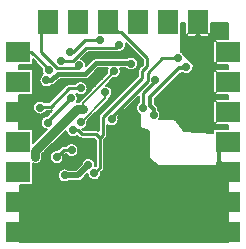
<source format=gbl>
G04 DipTrace 2.4.0.2*
%INUSBHiPower.gbl*%
%MOIN*%
%ADD13C,0.006*%
%ADD14C,0.012*%
%ADD15C,0.01*%
%ADD16C,0.02*%
%ADD17C,0.03*%
%ADD18C,0.008*%
%ADD21C,0.015*%
%ADD23R,0.08X0.0669*%
%ADD24R,0.0669X0.08*%
%ADD40C,0.028*%
%ADD54C,0.028*%
%FSLAX44Y44*%
G04*
G70*
G90*
G75*
G01*
%LNBottom*%
%LPD*%
X6028Y7950D2*
D13*
Y7916D1*
X6856Y8744D1*
Y8941D1*
X4515Y6799D2*
D17*
Y6983D1*
X5921Y8390D1*
X6108D1*
D18*
Y8591D1*
X7072Y9555D1*
X7050D1*
X7136Y9641D1*
X4961Y9674D2*
D15*
Y9714D1*
X4381Y10293D1*
X3937D1*
X5726Y7020D2*
X5466D1*
X5227Y6782D1*
X4928Y7936D2*
Y7979D1*
X5706Y8757D1*
X5660Y10292D2*
X5776D1*
X6161Y10678D1*
X6649D1*
X6661Y10689D1*
X5373Y10002D2*
X5780D1*
X6212Y10434D1*
X7216D1*
X7312Y10530D1*
X8108Y8427D2*
Y8925D1*
X8514Y9331D1*
Y9346D1*
X6426Y7958D2*
X6406D1*
Y8013D1*
X8461Y8187D2*
D14*
Y8399D1*
X8357Y8502D1*
Y8789D1*
X9316Y9747D1*
X9591D1*
Y9788D1*
X9557D1*
X3937Y4293D2*
X4270D1*
Y5398D1*
X5329Y6458D1*
X4572D1*
X5028D1*
X5317D1*
X5645D1*
X6424Y7237D1*
Y7285D1*
X3937Y5293D2*
X4299D1*
Y5440D1*
X5317Y6458D1*
X10937Y5293D2*
X9818D1*
X9662Y5449D1*
X10937Y4293D2*
X10040D1*
X9422Y4912D1*
X4552Y5956D2*
Y6458D1*
X4572D1*
X5122Y6174D2*
X4572D1*
Y6458D1*
X5028Y6417D2*
Y6458D1*
X4419Y4140D2*
X4355D1*
Y4210D1*
X4272Y4293D1*
X4964Y8890D2*
X5431Y9357D1*
X6502D1*
X3937Y8293D2*
X3942D1*
X4476Y8827D1*
X4900D1*
X4964Y8890D1*
X10937Y6293D2*
Y6372D1*
X10641Y6668D1*
Y6998D1*
X10937Y7293D1*
X7902Y7532D2*
X8055D1*
X7809Y7778D1*
X6066Y7186D2*
X6138D1*
X6243Y7291D1*
X6316D1*
X6421Y7186D1*
X5028Y6417D2*
X5346D1*
X5498Y6570D1*
X5805D1*
X6421Y7186D1*
X6348D1*
X6243Y7291D1*
X6171D1*
X6066Y7186D1*
X5772Y7678D2*
D15*
X5937D1*
X6068Y7547D1*
X6544D1*
X6677Y7414D1*
Y6438D1*
X6485Y6247D1*
X6677Y7414D2*
X6770Y7507D1*
Y8109D1*
X8090Y9430D1*
Y9652D1*
X8248Y9810D1*
Y10082D1*
X7382Y10947D1*
X7283D1*
X6937Y11293D1*
X7064Y8041D2*
Y8132D1*
X8261Y9329D1*
Y9591D1*
X8748Y10078D1*
X9267D1*
X5979Y9843D2*
Y9746D1*
X5242D1*
X4714Y10275D1*
Y11460D1*
X4984Y11190D1*
Y11293D1*
X4937D1*
X5493Y6175D2*
D16*
X5939D1*
X6286Y6523D1*
X6032Y9083D2*
D15*
X5646D1*
X5034Y8471D1*
X4643D1*
X4676Y8438D1*
X4889Y9341D2*
D21*
X5047D1*
X5262Y9556D1*
X6184D1*
X6556Y9927D1*
X7689D1*
X7711Y9905D1*
D54*
X6661Y10689D3*
X5660Y10292D3*
X5373Y10002D3*
X5979Y9843D3*
X4889Y9341D3*
X7113Y6917D3*
X7866Y6956D3*
X7275Y6172D3*
X8247Y6490D3*
X7945Y6113D3*
X7298Y5096D3*
X4851Y5132D3*
X4462Y5254D3*
X9662Y5449D3*
X9422Y4912D3*
X7136Y9641D3*
X4964Y8890D3*
X8443Y4236D3*
X9981Y4156D3*
X9825Y6176D3*
X9640Y4204D3*
X9239Y6301D3*
X6032Y9083D3*
X4419Y4140D3*
X7902Y7532D3*
X7516Y6870D3*
X8189Y6947D3*
X7566Y6572D3*
X7878Y6488D3*
X6502Y9357D3*
X4552Y5956D3*
X5122Y6174D3*
X5028Y6417D3*
X5543Y4640D3*
X7118Y4628D3*
X8883Y5439D3*
X8508Y5399D3*
X10091Y5978D3*
X9995Y5518D3*
X9801Y4864D3*
X8892Y4761D3*
X5706Y8757D3*
X4676Y8438D3*
X4928Y7936D3*
X7711Y9905D3*
X4961Y9674D3*
X7684Y8396D3*
X8179Y7545D3*
X6301Y5193D3*
X6707Y9651D3*
X7481D3*
X9935Y10754D3*
X10464Y9832D3*
X10333Y9414D3*
X10405Y10819D3*
X9569Y10447D3*
X8108Y8427D3*
X8461Y8187D3*
X6286Y6523D3*
X8514Y9346D3*
X9557Y9788D3*
X7064Y8041D3*
X9267Y10078D3*
X5493Y6175D3*
X6485Y6247D3*
X5227Y6782D3*
X5726Y7020D3*
X5772Y7678D3*
X4515Y6799D3*
X6108Y8390D3*
X6028Y7950D3*
X6856Y8941D3*
X6426Y7958D3*
X7312Y10530D3*
X7549Y10514D2*
D13*
X7609D1*
X7537Y10455D2*
X7667D1*
X7507Y10397D2*
X7726D1*
X7448Y10338D2*
X7785D1*
X6265Y10280D2*
X7843D1*
X6206Y10221D2*
X7902D1*
X6148Y10162D2*
X7960D1*
X6089Y10104D2*
X7586D1*
X7837D2*
X8019D1*
X6098Y10045D2*
X6432D1*
X7902D2*
X8078D1*
X4435Y9987D2*
X4481D1*
X6166D2*
X6373D1*
X7934D2*
X8099D1*
X4435Y9928D2*
X4540D1*
X6200D2*
X6314D1*
X7948D2*
X8099D1*
X4435Y9870D2*
X4599D1*
X6215D2*
X6256D1*
X7947D2*
X8099D1*
X3978Y9811D2*
X4657D1*
X7930D2*
X8042D1*
X3978Y9753D2*
X4715D1*
X6624D2*
X6927D1*
X7345D2*
X7530D1*
X7892D2*
X7984D1*
X4435Y9694D2*
X4724D1*
X6565D2*
X6904D1*
X7368D2*
X7608D1*
X7814D2*
X7949D1*
X4435Y9636D2*
X4726D1*
X6507D2*
X6898D1*
X7373D2*
X7942D1*
X4435Y9577D2*
X4743D1*
X6448D2*
X6901D1*
X7365D2*
X7942D1*
X4435Y9519D2*
X4735D1*
X6390D2*
X6843D1*
X7339D2*
X7942D1*
X4435Y9460D2*
X4685D1*
X6331D2*
X6785D1*
X7287D2*
X7914D1*
X4435Y9402D2*
X4659D1*
X6254D2*
X6726D1*
X7111D2*
X7855D1*
X4435Y9343D2*
X4652D1*
X5292D2*
X6668D1*
X7053D2*
X7797D1*
X4435Y9285D2*
X4658D1*
X5233D2*
X5910D1*
X6153D2*
X6609D1*
X6994D2*
X7738D1*
X4435Y9226D2*
X4682D1*
X5175D2*
X5843D1*
X6221D2*
X6550D1*
X6936D2*
X7679D1*
X4435Y9167D2*
X4729D1*
X5050D2*
X5523D1*
X6254D2*
X6492D1*
X6913D2*
X7621D1*
X4435Y9109D2*
X4871D1*
X4908D2*
X5464D1*
X6268D2*
X6433D1*
X7023D2*
X7562D1*
X4435Y9050D2*
X5406D1*
X6267D2*
X6375D1*
X7067D2*
X7505D1*
X4435Y8992D2*
X5347D1*
X6251D2*
X6316D1*
X7088D2*
X7446D1*
X4435Y8933D2*
X5289D1*
X6215D2*
X6257D1*
X7094D2*
X7387D1*
X4435Y8875D2*
X5231D1*
X6140D2*
X6199D1*
X7085D2*
X7329D1*
X3983Y8816D2*
X5172D1*
X5935D2*
X6140D1*
X7057D2*
X7270D1*
X3984Y8758D2*
X5114D1*
X5944D2*
X6082D1*
X7004D2*
X7212D1*
X7896D2*
X7960D1*
X3984Y8699D2*
X5055D1*
X5936D2*
X6023D1*
X6976D2*
X7153D1*
X7838D2*
X7960D1*
X3984Y8641D2*
X4557D1*
X4795D2*
X4996D1*
X5913D2*
X5980D1*
X6931D2*
X7094D1*
X7779D2*
X7960D1*
X3985Y8582D2*
X4488D1*
X6872D2*
X7036D1*
X7720D2*
X7929D1*
X3985Y8524D2*
X4455D1*
X6814D2*
X6977D1*
X7662D2*
X7891D1*
X3985Y8465D2*
X4440D1*
X6755D2*
X6919D1*
X7603D2*
X7873D1*
X3986Y8407D2*
X4441D1*
X6697D2*
X6860D1*
X7545D2*
X7870D1*
X3986Y8348D2*
X4456D1*
X6639D2*
X6801D1*
X7487D2*
X7883D1*
X3986Y8290D2*
X4492D1*
X4861D2*
X5031D1*
X6580D2*
X6743D1*
X7428D2*
X7915D1*
X3987Y8231D2*
X4565D1*
X4787D2*
X4973D1*
X6522D2*
X6685D1*
X7370D2*
X7978D1*
X3987Y8173D2*
X4915D1*
X6463D2*
X6637D1*
X7311D2*
X7994D1*
X3987Y8114D2*
X4773D1*
X6405D2*
X6622D1*
X7290D2*
X7994D1*
X3987Y8055D2*
X4723D1*
X6346D2*
X6622D1*
X7301D2*
X7994D1*
X3988Y7997D2*
X4698D1*
X6287D2*
X6622D1*
X7298D2*
X7994D1*
X3988Y7938D2*
X4690D1*
X6265D2*
X6622D1*
X7278D2*
X7994D1*
X3988Y7880D2*
X4697D1*
X6255D2*
X6622D1*
X7237D2*
X7994D1*
X3989Y7821D2*
X4720D1*
X6227D2*
X6622D1*
X6918D2*
X6984D1*
X7144D2*
X7994D1*
X3989Y7763D2*
X4767D1*
X6172D2*
X6622D1*
X6918D2*
X7994D1*
X4435Y7704D2*
X4887D1*
X6118D2*
X6622D1*
X6918D2*
X8178D1*
X4435Y7646D2*
X4829D1*
X6918D2*
X8288D1*
X4435Y7587D2*
X4771D1*
X5467D2*
X5552D1*
X6918D2*
X8288D1*
X4435Y7529D2*
X4712D1*
X5409D2*
X5588D1*
X6918D2*
X8289D1*
X4435Y7470D2*
X4654D1*
X5350D2*
X5663D1*
X5882D2*
X5937D1*
X6913D2*
X8289D1*
X4435Y7412D2*
X4595D1*
X5291D2*
X6019D1*
X6881D2*
X8289D1*
X4435Y7353D2*
X4537D1*
X5233D2*
X6528D1*
X6825D2*
X8289D1*
X4435Y7295D2*
X4478D1*
X5174D2*
X6528D1*
X6825D2*
X8290D1*
X5116Y7236D2*
X5635D1*
X5817D2*
X6528D1*
X6825D2*
X8290D1*
X5057Y7178D2*
X5549D1*
X5903D2*
X6528D1*
X6825D2*
X8290D1*
X4999Y7119D2*
X5358D1*
X5942D2*
X6528D1*
X6825D2*
X8290D1*
X4941Y7061D2*
X5299D1*
X5961D2*
X6528D1*
X6825D2*
X8291D1*
X4882Y7002D2*
X5148D1*
X5963D2*
X6528D1*
X6825D2*
X8291D1*
X4824Y6943D2*
X5055D1*
X5950D2*
X6528D1*
X6825D2*
X8291D1*
X4765Y6885D2*
X5014D1*
X5920D2*
X6528D1*
X6825D2*
X8291D1*
X4763Y6826D2*
X4993D1*
X5479D2*
X5592D1*
X5859D2*
X6528D1*
X6825D2*
X8291D1*
X4761Y6768D2*
X4989D1*
X5465D2*
X6528D1*
X6825D2*
X8292D1*
X4746Y6709D2*
X5001D1*
X5454D2*
X6142D1*
X6430D2*
X6528D1*
X6825D2*
X8339D1*
X4712Y6651D2*
X5030D1*
X5425D2*
X6087D1*
X6486D2*
X6528D1*
X6825D2*
X8406D1*
X4647Y6592D2*
X5088D1*
X5367D2*
X6059D1*
X6825D2*
X8471D1*
X4435Y6534D2*
X6020D1*
X6825D2*
X8538D1*
X4435Y6475D2*
X5962D1*
X6825D2*
X8603D1*
X9597D2*
X10943D1*
X4435Y6417D2*
X5903D1*
X6823D2*
X10943D1*
X4435Y6358D2*
X5345D1*
X6800D2*
X10943D1*
X4435Y6300D2*
X5291D1*
X6745D2*
X10943D1*
X4435Y6241D2*
X5265D1*
X6723D2*
X10943D1*
X4435Y6183D2*
X5256D1*
X6223D2*
X6256D1*
X6714D2*
X10943D1*
X4435Y6124D2*
X5261D1*
X6165D2*
X6282D1*
X6688D2*
X10943D1*
X4435Y6066D2*
X5283D1*
X6107D2*
X6334D1*
X6636D2*
X10943D1*
X4435Y6007D2*
X5328D1*
X6037D2*
X10943D1*
X4435Y5948D2*
X5437D1*
X5549D2*
X10943D1*
X4435Y5890D2*
X10943D1*
X3998Y5831D2*
X10943D1*
X3999Y5773D2*
X10943D1*
X3999Y5714D2*
X10943D1*
X3999Y5656D2*
X10943D1*
X3999Y5597D2*
X10943D1*
X4000Y5539D2*
X10943D1*
X4000Y5480D2*
X10943D1*
X4000Y5422D2*
X10943D1*
X4001Y5363D2*
X10943D1*
X4001Y5305D2*
X10943D1*
X4001Y5246D2*
X10943D1*
X4002Y5188D2*
X10943D1*
X4002Y5129D2*
X10943D1*
X4002Y5071D2*
X10943D1*
X4003Y5012D2*
X10943D1*
X4003Y4954D2*
X10943D1*
X4003Y4895D2*
X10943D1*
X4003Y4836D2*
X10943D1*
X4004Y4778D2*
X10943D1*
X4004Y4719D2*
X10943D1*
X4004Y4661D2*
X10943D1*
X4005Y4602D2*
X10943D1*
X4005Y4544D2*
X10943D1*
X4005Y4485D2*
X10943D1*
X4006Y4427D2*
X10943D1*
X4006Y4368D2*
X10943D1*
X4006Y4310D2*
X10943D1*
X4007Y4251D2*
X10943D1*
X4007Y4193D2*
X10943D1*
X4007Y4134D2*
X10943D1*
X4007Y4076D2*
X10943D1*
X4007Y4017D2*
X10943D1*
X4007Y3959D2*
X10943D1*
X3973Y9720D2*
X4429D1*
Y8867D1*
X3978D1*
X3983Y7720D1*
X4429D1*
Y7240D1*
X4896Y7707D1*
X4874Y7710D1*
X4846Y7719D1*
X4818Y7731D1*
X4793Y7747D1*
X4770Y7766D1*
X4749Y7787D1*
X4732Y7812D1*
X4717Y7838D1*
X4706Y7866D1*
X4699Y7895D1*
X4696Y7924D1*
Y7954D1*
X4701Y7984D1*
X4709Y8013D1*
X4721Y8040D1*
X4736Y8066D1*
X4754Y8090D1*
X4775Y8111D1*
X4799Y8129D1*
X4825Y8144D1*
X4853Y8155D1*
X4881Y8163D1*
X4916Y8167D1*
X5088Y8340D1*
X5055Y8331D1*
X5004Y8329D1*
X4881D1*
X4862Y8298D1*
X4842Y8276D1*
X4820Y8256D1*
X4795Y8239D1*
X4769Y8225D1*
X4741Y8215D1*
X4712Y8208D1*
X4682Y8206D1*
X4652Y8207D1*
X4622Y8212D1*
X4594Y8221D1*
X4567Y8233D1*
X4541Y8249D1*
X4518Y8268D1*
X4498Y8289D1*
X4480Y8314D1*
X4466Y8340D1*
X4455Y8368D1*
X4448Y8397D1*
X4444Y8427D1*
X4445Y8456D1*
X4449Y8486D1*
X4457Y8515D1*
X4469Y8542D1*
X4484Y8568D1*
X4502Y8592D1*
X4524Y8613D1*
X4547Y8631D1*
X4573Y8646D1*
X4601Y8657D1*
X4630Y8665D1*
X4659Y8669D1*
X4689Y8670D1*
X4719Y8666D1*
X4748Y8659D1*
X4776Y8648D1*
X4802Y8633D1*
X4828Y8613D1*
X4975Y8614D1*
X5545Y9184D1*
X5568Y9203D1*
X5595Y9216D1*
X5618Y9223D1*
X5676Y9225D1*
X5848D1*
X5880Y9258D1*
X5903Y9276D1*
X5929Y9291D1*
X5957Y9303D1*
X5986Y9311D1*
X6015Y9315D1*
X6045D1*
X6075Y9311D1*
X6104Y9304D1*
X6132Y9293D1*
X6158Y9278D1*
X6182Y9261D1*
X6203Y9240D1*
X6222Y9217D1*
X6238Y9191D1*
X6250Y9164D1*
X6258Y9135D1*
X6264Y9083D1*
X6262Y9053D1*
X6257Y9024D1*
X6247Y8996D1*
X6234Y8969D1*
X6218Y8944D1*
X6198Y8921D1*
X6176Y8901D1*
X6151Y8884D1*
X6125Y8870D1*
X6097Y8860D1*
X6067Y8854D1*
X6038Y8851D1*
X6008Y8852D1*
X5978Y8857D1*
X5950Y8866D1*
X5923Y8879D1*
X5883Y8906D1*
X5911Y8864D1*
X5923Y8837D1*
X5932Y8809D1*
X5938Y8757D1*
X5936Y8727D1*
X5930Y8697D1*
X5921Y8669D1*
X5900Y8630D1*
X5951Y8632D1*
X5982D1*
X5998Y8664D1*
X6035Y8705D1*
X6911Y9581D1*
X6904Y9630D1*
X6905Y9660D1*
X6909Y9689D1*
X6917Y9718D1*
X6938Y9761D1*
X6702Y9760D1*
X6624D1*
X6335Y9471D1*
X6302Y9437D1*
X6279Y9418D1*
X6253Y9404D1*
X6225Y9394D1*
X6201Y9389D1*
X6035D1*
X5331D1*
X5165Y9222D1*
X5143Y9203D1*
X5117Y9189D1*
X5088Y9179D1*
X5060Y9174D1*
X5009Y9141D1*
X4982Y9128D1*
X4954Y9118D1*
X4925Y9111D1*
X4895Y9109D1*
X4865Y9110D1*
X4836Y9115D1*
X4807Y9124D1*
X4780Y9136D1*
X4755Y9152D1*
X4731Y9171D1*
X4711Y9192D1*
X4693Y9217D1*
X4679Y9243D1*
X4668Y9271D1*
X4661Y9300D1*
X4658Y9329D1*
Y9359D1*
X4662Y9389D1*
X4670Y9418D1*
X4682Y9445D1*
X4697Y9471D1*
X4716Y9495D1*
X4737Y9516D1*
X4771Y9540D1*
X4750Y9576D1*
X4739Y9604D1*
X4732Y9633D1*
X4729Y9663D1*
Y9693D1*
X4737Y9736D1*
X4430Y10044D1*
X4429Y9867D1*
X3972D1*
X3973Y9720D1*
X4429Y6573D2*
Y5867D1*
X3993D1*
X4002Y3951D1*
X10950Y3957D1*
X10949Y6477D1*
X8622Y6474D1*
X8603Y6481D1*
X8307Y6744D1*
X8297Y6765D1*
X8294Y7671D1*
X8021Y7752D1*
X8000Y7774D1*
X7999Y7781D1*
X7998Y8222D1*
X7973Y8238D1*
X7949Y8257D1*
X7929Y8279D1*
X7911Y8303D1*
X7897Y8329D1*
X7886Y8357D1*
X7879Y8386D1*
X7876Y8416D1*
Y8446D1*
X7880Y8475D1*
X7889Y8504D1*
X7900Y8532D1*
X7915Y8557D1*
X7934Y8581D1*
X7966Y8611D1*
X7965Y8834D1*
X7833Y8700D1*
X7274Y8141D1*
X7290Y8093D1*
X7296Y8041D1*
X7294Y8011D1*
X7288Y7982D1*
X7279Y7954D1*
X7266Y7927D1*
X7249Y7902D1*
X7230Y7879D1*
X7208Y7859D1*
X7183Y7842D1*
X7157Y7828D1*
X7128Y7818D1*
X7099Y7812D1*
X7069Y7809D1*
X7040Y7810D1*
X7010Y7815D1*
X6982Y7824D1*
X6954Y7837D1*
X6929Y7852D1*
X6912Y7866D1*
Y7507D1*
X6909Y7477D1*
X6900Y7449D1*
X6888Y7428D1*
X6849Y7385D1*
X6819Y7354D1*
Y6438D1*
X6816Y6409D1*
X6806Y6380D1*
X6795Y6359D1*
X6756Y6317D1*
X6716Y6276D1*
X6717Y6247D1*
X6715Y6217D1*
X6710Y6188D1*
X6700Y6159D1*
X6687Y6132D1*
X6671Y6107D1*
X6651Y6085D1*
X6629Y6065D1*
X6604Y6048D1*
X6578Y6034D1*
X6550Y6024D1*
X6521Y6017D1*
X6491Y6015D1*
X6461Y6016D1*
X6431Y6021D1*
X6403Y6030D1*
X6376Y6042D1*
X6350Y6058D1*
X6327Y6077D1*
X6306Y6099D1*
X6289Y6123D1*
X6275Y6149D1*
X6264Y6177D1*
X6255Y6220D1*
X6075Y6039D1*
X6052Y6020D1*
X6026Y6004D1*
X5999Y5993D1*
X5970Y5985D1*
X5909Y5983D1*
X5624D1*
X5586Y5962D1*
X5558Y5952D1*
X5529Y5946D1*
X5499Y5943D1*
X5469Y5944D1*
X5440Y5949D1*
X5411Y5958D1*
X5384Y5970D1*
X5359Y5986D1*
X5335Y6005D1*
X5315Y6027D1*
X5297Y6051D1*
X5283Y6077D1*
X5272Y6105D1*
X5265Y6134D1*
X5262Y6164D1*
Y6194D1*
X5266Y6223D1*
X5274Y6252D1*
X5286Y6280D1*
X5301Y6305D1*
X5320Y6329D1*
X5341Y6350D1*
X5365Y6368D1*
X5391Y6383D1*
X5418Y6395D1*
X5447Y6403D1*
X5477Y6407D1*
X5506D1*
X5536Y6403D1*
X5565Y6396D1*
X5593Y6385D1*
X5623Y6368D1*
X5859Y6367D1*
X6059Y6567D1*
X6067Y6600D1*
X6079Y6627D1*
X6094Y6653D1*
X6113Y6677D1*
X6134Y6698D1*
X6158Y6716D1*
X6183Y6731D1*
X6211Y6742D1*
X6240Y6750D1*
X6269Y6754D1*
X6299D1*
X6329Y6751D1*
X6358Y6743D1*
X6386Y6732D1*
X6412Y6718D1*
X6436Y6700D1*
X6458Y6679D1*
X6476Y6656D1*
X6492Y6631D1*
X6504Y6603D1*
X6513Y6575D1*
X6518Y6523D1*
X6514Y6477D1*
X6534Y6498D1*
Y7356D1*
X6484Y7405D1*
X6068D1*
X6038Y7408D1*
X6010Y7417D1*
X5989Y7429D1*
X5946Y7468D1*
X5916Y7497D1*
X5891Y7479D1*
X5865Y7465D1*
X5837Y7455D1*
X5807Y7448D1*
X5778Y7446D1*
X5748Y7447D1*
X5718Y7452D1*
X5690Y7461D1*
X5662Y7473D1*
X5637Y7489D1*
X5614Y7508D1*
X5593Y7529D1*
X5576Y7554D1*
X5561Y7580D1*
X5551Y7608D1*
X5543Y7637D1*
X5540Y7666D1*
X4823Y6949D1*
X4756Y6882D1*
X4757Y6799D1*
X4755Y6769D1*
X4750Y6740D1*
X4741Y6711D1*
X4728Y6684D1*
X4712Y6659D1*
X4694Y6635D1*
X4672Y6615D1*
X4648Y6597D1*
X4622Y6582D1*
X4595Y6570D1*
X4566Y6562D1*
X4536Y6558D1*
X4506Y6557D1*
X4477Y6560D1*
X4429Y6573D1*
X6044Y10065D2*
X6078Y10053D1*
X6104Y10038D1*
X6128Y10020D1*
X6150Y10000D1*
X6169Y9976D1*
X6184Y9951D1*
X6196Y9924D1*
X6205Y9895D1*
X6211Y9843D1*
X6209Y9816D1*
X6341Y9949D1*
X6438Y10045D1*
X6460Y10065D1*
X6486Y10079D1*
X6515Y10089D1*
X6539Y10094D1*
X6705D1*
X7578D1*
X7608Y10113D1*
X7636Y10125D1*
X7665Y10133D1*
X7694Y10137D1*
X7724D1*
X7754Y10133D1*
X7783Y10126D1*
X7811Y10115D1*
X7837Y10100D1*
X7861Y10083D1*
X7882Y10062D1*
X7901Y10039D1*
X7917Y10013D1*
X7929Y9986D1*
X7937Y9957D1*
X7943Y9905D1*
X7941Y9875D1*
X7936Y9846D1*
X7926Y9818D1*
X7913Y9791D1*
X7897Y9766D1*
X7877Y9743D1*
X7855Y9723D1*
X7831Y9706D1*
X7804Y9692D1*
X7776Y9682D1*
X7747Y9676D1*
X7717Y9673D1*
X7687Y9674D1*
X7657Y9679D1*
X7629Y9688D1*
X7602Y9700D1*
X7576Y9716D1*
X7553Y9735D1*
X7530Y9761D1*
X7335Y9760D1*
X7354Y9722D1*
X7362Y9693D1*
X7368Y9641D1*
X7366Y9611D1*
X7360Y9582D1*
X7351Y9554D1*
X7338Y9527D1*
X7322Y9502D1*
X7302Y9479D1*
X7280Y9459D1*
X7255Y9442D1*
X7229Y9428D1*
X7201Y9418D1*
X7171Y9412D1*
X7142Y9409D1*
X7114Y9410D1*
X6876Y9172D1*
X6899Y9169D1*
X6928Y9162D1*
X6956Y9151D1*
X6982Y9136D1*
X7006Y9119D1*
X7027Y9098D1*
X7046Y9075D1*
X7062Y9049D1*
X7074Y9022D1*
X7082Y8993D1*
X7088Y8941D1*
X7086Y8911D1*
X7081Y8882D1*
X7071Y8854D1*
X7058Y8827D1*
X7042Y8802D1*
X7022Y8779D1*
X7000Y8759D1*
X6978Y8744D1*
Y8733D1*
X6971Y8704D1*
X6958Y8677D1*
X6921Y8637D1*
X6258Y7974D1*
X6260Y7950D1*
X6258Y7920D1*
X6252Y7890D1*
X6243Y7862D1*
X6230Y7835D1*
X6214Y7810D1*
X6194Y7787D1*
X6172Y7767D1*
X6147Y7750D1*
X6121Y7737D1*
X6090Y7726D1*
X6128Y7689D1*
X6544D1*
X6573Y7686D1*
X6602Y7677D1*
X6623Y7664D1*
X6628Y7687D1*
Y8109D1*
X6631Y8139D1*
X6640Y8168D1*
X6652Y8189D1*
X6691Y8231D1*
X7948Y9490D1*
Y9652D1*
X7951Y9682D1*
X7961Y9711D1*
X7972Y9732D1*
X8011Y9774D1*
X8105Y9870D1*
Y10024D1*
X7535Y10593D1*
X7543Y10553D1*
X7542Y10500D1*
X7536Y10471D1*
X7527Y10443D1*
X7514Y10416D1*
X7497Y10391D1*
X7478Y10368D1*
X7456Y10348D1*
X7431Y10331D1*
X7404Y10317D1*
X7376Y10307D1*
X7347Y10301D1*
X7317Y10298D1*
X7287Y10299D1*
X7266Y10301D1*
X7243Y10295D1*
X7186Y10292D1*
X6270Y10291D1*
X6045Y10066D1*
X5457Y6752D2*
X5452Y6723D1*
X5442Y6694D1*
X5429Y6667D1*
X5413Y6642D1*
X5393Y6620D1*
X5371Y6600D1*
X5346Y6583D1*
X5320Y6569D1*
X5292Y6559D1*
X5263Y6552D1*
X5233Y6550D1*
X5203Y6551D1*
X5173Y6556D1*
X5145Y6565D1*
X5118Y6577D1*
X5092Y6593D1*
X5069Y6612D1*
X5049Y6633D1*
X5031Y6658D1*
X5017Y6684D1*
X5006Y6712D1*
X4999Y6741D1*
X4995Y6770D1*
X4996Y6800D1*
X5000Y6830D1*
X5008Y6859D1*
X5020Y6886D1*
X5035Y6912D1*
X5053Y6936D1*
X5075Y6957D1*
X5098Y6975D1*
X5124Y6990D1*
X5152Y7001D1*
X5181Y7009D1*
X5210Y7013D1*
X5256Y7012D1*
X5365Y7121D1*
X5389Y7140D1*
X5415Y7153D1*
X5438Y7160D1*
X5496Y7163D1*
X5542D1*
X5573Y7195D1*
X5597Y7214D1*
X5623Y7228D1*
X5650Y7240D1*
X5679Y7248D1*
X5709Y7252D1*
X5739D1*
X5768Y7249D1*
X5797Y7241D1*
X5825Y7230D1*
X5851Y7216D1*
X5875Y7198D1*
X5897Y7177D1*
X5916Y7154D1*
X5931Y7128D1*
X5943Y7101D1*
X5952Y7072D1*
X5958Y7020D1*
X5956Y6991D1*
X5950Y6961D1*
X5941Y6933D1*
X5928Y6906D1*
X5911Y6881D1*
X5892Y6858D1*
X5870Y6838D1*
X5845Y6821D1*
X5818Y6808D1*
X5790Y6797D1*
X5761Y6791D1*
X5731Y6788D1*
X5701Y6789D1*
X5672Y6795D1*
X5643Y6803D1*
X5616Y6816D1*
X5591Y6831D1*
X5568Y6850D1*
X5542Y6879D1*
X5524Y6878D1*
X5457Y6811D1*
X5459Y6782D1*
X5457Y6752D1*
X9371Y11203D2*
X9504D1*
X10370D2*
X10943D1*
X9371Y11144D2*
X9504D1*
X10370D2*
X10943D1*
X9371Y11086D2*
X9504D1*
X10370D2*
X10943D1*
X9371Y11027D2*
X9504D1*
X10370D2*
X10942D1*
X9371Y10968D2*
X9504D1*
X10370D2*
X10942D1*
X9371Y10910D2*
X9504D1*
X10370D2*
X10942D1*
X9371Y10851D2*
X9504D1*
X10370D2*
X10942D1*
X9367Y10792D2*
X10942D1*
X9367Y10733D2*
X10942D1*
X9367Y10675D2*
X10439D1*
X9367Y10616D2*
X10439D1*
X9367Y10557D2*
X10439D1*
X9367Y10499D2*
X10439D1*
X9367Y10440D2*
X10439D1*
X9367Y10381D2*
X10439D1*
X9366Y10323D2*
X10439D1*
X9433Y10264D2*
X10439D1*
X9475Y10205D2*
X10439D1*
X9528Y10147D2*
X10439D1*
X9582Y10088D2*
X10439D1*
X9636Y10029D2*
X10439D1*
X9706Y9971D2*
X10439D1*
X9760Y9912D2*
X10439D1*
X9798Y9853D2*
X10940D1*
X9826Y9794D2*
X10940D1*
X9790Y9736D2*
X10940D1*
X9767Y9677D2*
X10439D1*
X9722Y9618D2*
X10439D1*
X9349Y9560D2*
X9508D1*
X9606D2*
X10439D1*
X9290Y9501D2*
X10439D1*
X9232Y9442D2*
X10439D1*
X9173Y9384D2*
X10439D1*
X9115Y9325D2*
X10439D1*
X9056Y9266D2*
X10439D1*
X8997Y9208D2*
X10439D1*
X8939Y9149D2*
X10439D1*
X8879Y9090D2*
X10439D1*
X8821Y9032D2*
X10439D1*
X8762Y8973D2*
X10439D1*
X8703Y8914D2*
X10439D1*
X8645Y8855D2*
X10938D1*
X8586Y8797D2*
X10938D1*
X8528Y8738D2*
X10938D1*
X8516Y8679D2*
X10439D1*
X8516Y8621D2*
X10439D1*
X8519Y8562D2*
X10439D1*
X8578Y8503D2*
X10439D1*
X8611Y8445D2*
X10439D1*
X8619Y8386D2*
X10439D1*
X8652Y8327D2*
X10439D1*
X8684Y8269D2*
X10439D1*
X8698Y8210D2*
X10439D1*
X8696Y8151D2*
X10439D1*
X8679Y8093D2*
X10439D1*
X9186Y8034D2*
X10439D1*
X9233Y7975D2*
X10439D1*
X9280Y7916D2*
X10439D1*
X9327Y7858D2*
X10937D1*
X9374Y7799D2*
X10937D1*
X9419Y7740D2*
X10937D1*
X9466Y7682D2*
X10439D1*
X10056Y7623D2*
X10439D1*
X9365Y11262D2*
Y10801D1*
X9362D1*
X9361Y10322D1*
X9381Y10300D1*
X9412Y10278D1*
X9433Y10257D1*
X9452Y10233D1*
X9468Y10205D1*
X9660Y9996D1*
X9685Y9982D1*
X9709Y9964D1*
X9730Y9943D1*
X9749Y9920D1*
X9764Y9894D1*
X9773Y9874D1*
X9815Y9828D1*
X9822Y9799D1*
X9816Y9788D1*
X9786Y9753D1*
X9782Y9729D1*
X9772Y9700D1*
X9759Y9673D1*
X9743Y9648D1*
X9723Y9625D1*
X9701Y9605D1*
X9676Y9588D1*
X9650Y9575D1*
X9621Y9565D1*
X9592Y9558D1*
X9562Y9556D1*
X9532Y9557D1*
X9503Y9562D1*
X9474Y9571D1*
X9447Y9583D1*
X9429Y9595D1*
X9378D1*
X9105Y9322D1*
X8509Y8726D1*
X8510Y8565D1*
X8568Y8506D1*
X8587Y8483D1*
X8601Y8457D1*
X8610Y8428D1*
X8613Y8399D1*
Y8362D1*
X8633Y8343D1*
X8652Y8319D1*
X8667Y8294D1*
X8679Y8266D1*
X8688Y8237D1*
X8693Y8187D1*
X8691Y8158D1*
X8685Y8128D1*
X8676Y8100D1*
X8663Y8073D1*
X8650Y8053D1*
X9143Y8062D1*
X9169Y8047D1*
X9261Y7933D1*
X9483Y7653D1*
X10444Y7602D1*
Y7720D1*
X10942D1*
Y7868D1*
X10913Y7867D1*
X10445D1*
Y8721D1*
X10944Y8722D1*
X10943Y8867D1*
X10445D1*
Y9721D1*
X10946D1*
Y9867D1*
X10901Y9866D1*
X10445D1*
Y10720D1*
X10948D1*
X10949Y11260D1*
X10365D1*
X10364Y10946D1*
Y10801D1*
X9510D1*
X9509Y11261D1*
X9364Y11262D1*
X10445Y10720D2*
X10937Y10293D1*
X10445Y9866D1*
Y8721D2*
X10937Y8294D1*
X10445Y7867D1*
Y9721D2*
X10937Y9294D1*
X10445Y8867D1*
X9937Y11293D2*
X10364Y10801D1*
X9937Y11293D2*
X9510Y10801D1*
D23*
X3937Y9293D3*
X10937Y8293D3*
Y9293D3*
Y10293D3*
D24*
X9937Y11293D3*
D23*
X3937Y4293D3*
Y5293D3*
Y6293D3*
Y7293D3*
Y10293D3*
X10937Y4293D3*
Y5293D3*
Y6293D3*
Y7293D3*
X3937Y8293D3*
D40*
X6421Y7186D3*
X6243Y7291D3*
X6066Y7186D3*
X7686Y7679D3*
X7809Y7840D3*
X7686Y8001D3*
X7809Y8164D3*
G36*
X5602Y11693D2*
X6272D1*
Y10893D1*
X5602D1*
Y11693D1*
G37*
G36*
X4602D2*
X5272D1*
Y10893D1*
X4602D1*
Y11693D1*
G37*
D24*
X6937Y11293D3*
X7937D3*
X8937D3*
M02*

</source>
